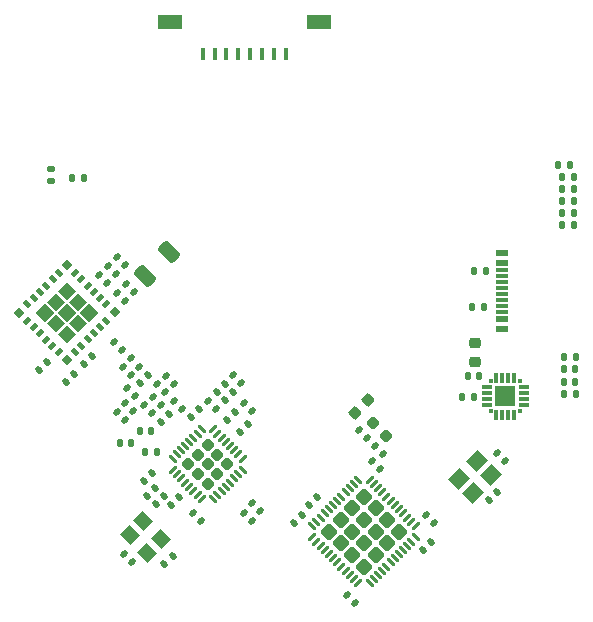
<source format=gbr>
%TF.GenerationSoftware,KiCad,Pcbnew,8.0.1*%
%TF.CreationDate,2024-09-30T12:45:28-07:00*%
%TF.ProjectId,rocketBeaconModule,726f636b-6574-4426-9561-636f6e4d6f64,rev?*%
%TF.SameCoordinates,Original*%
%TF.FileFunction,Paste,Top*%
%TF.FilePolarity,Positive*%
%FSLAX46Y46*%
G04 Gerber Fmt 4.6, Leading zero omitted, Abs format (unit mm)*
G04 Created by KiCad (PCBNEW 8.0.1) date 2024-09-30 12:45:28*
%MOMM*%
%LPD*%
G01*
G04 APERTURE LIST*
G04 Aperture macros list*
%AMRoundRect*
0 Rectangle with rounded corners*
0 $1 Rounding radius*
0 $2 $3 $4 $5 $6 $7 $8 $9 X,Y pos of 4 corners*
0 Add a 4 corners polygon primitive as box body*
4,1,4,$2,$3,$4,$5,$6,$7,$8,$9,$2,$3,0*
0 Add four circle primitives for the rounded corners*
1,1,$1+$1,$2,$3*
1,1,$1+$1,$4,$5*
1,1,$1+$1,$6,$7*
1,1,$1+$1,$8,$9*
0 Add four rect primitives between the rounded corners*
20,1,$1+$1,$2,$3,$4,$5,0*
20,1,$1+$1,$4,$5,$6,$7,0*
20,1,$1+$1,$6,$7,$8,$9,0*
20,1,$1+$1,$8,$9,$2,$3,0*%
%AMRotRect*
0 Rectangle, with rotation*
0 The origin of the aperture is its center*
0 $1 length*
0 $2 width*
0 $3 Rotation angle, in degrees counterclockwise*
0 Add horizontal line*
21,1,$1,$2,0,0,$3*%
G04 Aperture macros list end*
%ADD10C,0.000000*%
%ADD11RoundRect,0.140000X-0.219203X-0.021213X-0.021213X-0.219203X0.219203X0.021213X0.021213X0.219203X0*%
%ADD12RoundRect,0.140000X0.219203X0.021213X0.021213X0.219203X-0.219203X-0.021213X-0.021213X-0.219203X0*%
%ADD13RoundRect,0.140000X-0.021213X0.219203X-0.219203X0.021213X0.021213X-0.219203X0.219203X-0.021213X0*%
%ADD14RoundRect,0.232500X0.328805X0.000000X0.000000X0.328805X-0.328805X0.000000X0.000000X-0.328805X0*%
%ADD15RoundRect,0.062500X0.309359X-0.220971X-0.220971X0.309359X-0.309359X0.220971X0.220971X-0.309359X0*%
%ADD16RoundRect,0.062500X0.309359X0.220971X0.220971X0.309359X-0.309359X-0.220971X-0.220971X-0.309359X0*%
%ADD17R,0.350000X0.350000*%
%ADD18R,0.300000X0.900000*%
%ADD19R,0.900000X0.300000*%
%ADD20R,1.800000X1.800000*%
%ADD21RoundRect,0.135000X-0.135000X-0.185000X0.135000X-0.185000X0.135000X0.185000X-0.135000X0.185000X0*%
%ADD22RoundRect,0.140000X0.021213X-0.219203X0.219203X-0.021213X-0.021213X0.219203X-0.219203X0.021213X0*%
%ADD23R,0.400000X1.000000*%
%ADD24R,2.000000X1.300000*%
%ADD25RoundRect,0.140000X-0.140000X-0.170000X0.140000X-0.170000X0.140000X0.170000X-0.140000X0.170000X0*%
%ADD26RoundRect,0.135000X-0.185000X0.135000X-0.185000X-0.135000X0.185000X-0.135000X0.185000X0.135000X0*%
%ADD27RoundRect,0.140000X0.140000X0.170000X-0.140000X0.170000X-0.140000X-0.170000X0.140000X-0.170000X0*%
%ADD28RoundRect,0.135000X0.135000X0.185000X-0.135000X0.185000X-0.135000X-0.185000X0.135000X-0.185000X0*%
%ADD29RoundRect,0.250000X0.000000X0.445477X-0.445477X0.000000X0.000000X-0.445477X0.445477X0.000000X0*%
%ADD30RoundRect,0.062500X0.220971X0.309359X-0.309359X-0.220971X-0.220971X-0.309359X0.309359X0.220971X0*%
%ADD31RoundRect,0.062500X-0.220971X0.309359X-0.309359X0.220971X0.220971X-0.309359X0.309359X-0.220971X0*%
%ADD32RoundRect,0.147500X-0.147500X-0.172500X0.147500X-0.172500X0.147500X0.172500X-0.147500X0.172500X0*%
%ADD33RoundRect,0.147500X0.147500X0.172500X-0.147500X0.172500X-0.147500X-0.172500X0.147500X-0.172500X0*%
%ADD34RoundRect,0.225000X0.250000X-0.225000X0.250000X0.225000X-0.250000X0.225000X-0.250000X-0.225000X0*%
%ADD35RoundRect,0.250000X-0.229810X0.689429X-0.689429X0.229810X0.229810X-0.689429X0.689429X-0.229810X0*%
%ADD36RoundRect,0.218750X0.335876X0.026517X0.026517X0.335876X-0.335876X-0.026517X-0.026517X-0.335876X0*%
%ADD37RotRect,0.609600X0.609600X315.000000*%
%ADD38RotRect,0.457200X0.609600X45.000000*%
%ADD39RotRect,0.457200X0.609600X315.000000*%
%ADD40RotRect,1.300000X1.100000X315.000000*%
%ADD41R,1.140000X0.600000*%
%ADD42R,1.140000X0.300000*%
%ADD43RotRect,1.400000X1.200000X45.000000*%
%ADD44RoundRect,0.225000X0.017678X-0.335876X0.335876X-0.017678X-0.017678X0.335876X-0.335876X0.017678X0*%
G04 APERTURE END LIST*
D10*
%TO.C,U4*%
G36*
X55813353Y-128577638D02*
G01*
X55038788Y-129352203D01*
X54264223Y-128577638D01*
X55038788Y-127803073D01*
X55813353Y-128577638D01*
G37*
G36*
X56729339Y-127661652D02*
G01*
X55954774Y-128436217D01*
X55180209Y-127661652D01*
X55954774Y-126887087D01*
X56729339Y-127661652D01*
G37*
G36*
X56729339Y-129493624D02*
G01*
X55954774Y-130268189D01*
X55180209Y-129493624D01*
X55954774Y-128719059D01*
X56729339Y-129493624D01*
G37*
G36*
X57645325Y-126745666D02*
G01*
X56870760Y-127520231D01*
X56096195Y-126745666D01*
X56870760Y-125971101D01*
X57645325Y-126745666D01*
G37*
G36*
X57645325Y-128577638D02*
G01*
X56870760Y-129352203D01*
X56096195Y-128577638D01*
X56870760Y-127803073D01*
X57645325Y-128577638D01*
G37*
G36*
X57645325Y-130409610D02*
G01*
X56870760Y-131184175D01*
X56096195Y-130409610D01*
X56870760Y-129635045D01*
X57645325Y-130409610D01*
G37*
G36*
X58561311Y-127661652D02*
G01*
X57786746Y-128436217D01*
X57012181Y-127661652D01*
X57786746Y-126887087D01*
X58561311Y-127661652D01*
G37*
G36*
X58561311Y-129493624D02*
G01*
X57786746Y-130268189D01*
X57012181Y-129493624D01*
X57786746Y-128719059D01*
X58561311Y-129493624D01*
G37*
G36*
X59477297Y-128577638D02*
G01*
X58702732Y-129352203D01*
X57928167Y-128577638D01*
X58702732Y-127803073D01*
X59477297Y-128577638D01*
G37*
%TD*%
D11*
%TO.C,R9*%
X68782827Y-136038674D03*
X69461649Y-136717496D03*
%TD*%
D12*
%TO.C,C7*%
X87969411Y-146389411D03*
X87290589Y-145710589D03*
%TD*%
D13*
%TO.C,L1*%
X68044607Y-136776893D03*
X67365785Y-137455715D03*
%TD*%
D14*
%TO.C,U3*%
X68782827Y-143053173D03*
X69596000Y-142240000D03*
X70409173Y-141426827D03*
X67969654Y-142240000D03*
X68782827Y-141426827D03*
X69596000Y-140613654D03*
X67156481Y-141426827D03*
X67969654Y-140613654D03*
X68782827Y-139800481D03*
D15*
X69268963Y-144387837D03*
X69622516Y-144034283D03*
X69976070Y-143680730D03*
X70329623Y-143327176D03*
X70683176Y-142973623D03*
X71036730Y-142620070D03*
X71390283Y-142266516D03*
X71743837Y-141912963D03*
D16*
X71743837Y-140940691D03*
X71390283Y-140587138D03*
X71036730Y-140233584D03*
X70683176Y-139880031D03*
X70329623Y-139526478D03*
X69976070Y-139172924D03*
X69622516Y-138819371D03*
X69268963Y-138465817D03*
D15*
X68296691Y-138465817D03*
X67943138Y-138819371D03*
X67589584Y-139172924D03*
X67236031Y-139526478D03*
X66882478Y-139880031D03*
X66528924Y-140233584D03*
X66175371Y-140587138D03*
X65821817Y-140940691D03*
D16*
X65821817Y-141912963D03*
X66175371Y-142266516D03*
X66528924Y-142620070D03*
X66882478Y-142973623D03*
X67236031Y-143327176D03*
X67589584Y-143680730D03*
X67943138Y-144034283D03*
X68296691Y-144387837D03*
%TD*%
D13*
%TO.C,R2*%
X55203411Y-132756589D03*
X54524589Y-133435411D03*
%TD*%
D17*
%TO.C,U2*%
X95242000Y-134412000D03*
D18*
X94742001Y-134112000D03*
X94242000Y-134112000D03*
X93742000Y-134112000D03*
X93241999Y-134112000D03*
D17*
X92742000Y-134412000D03*
D19*
X92442000Y-134911999D03*
X92442000Y-135412000D03*
X92442000Y-135912000D03*
X92442000Y-136412001D03*
D17*
X92742000Y-136912000D03*
D18*
X93241999Y-137212000D03*
X93742000Y-137212000D03*
X94242000Y-137212000D03*
X94742001Y-137212000D03*
D17*
X95242000Y-136912000D03*
D19*
X95542000Y-136412001D03*
X95542000Y-135912000D03*
X95542000Y-135412000D03*
X95542000Y-134911999D03*
D20*
X93992000Y-135662000D03*
%TD*%
D13*
%TO.C,C36*%
X65815068Y-149210245D03*
X65136246Y-149889067D03*
%TD*%
D21*
%TO.C,R3*%
X91184000Y-128143000D03*
X92204000Y-128143000D03*
%TD*%
D12*
%TO.C,C11*%
X83651411Y-140547411D03*
X82972589Y-139868589D03*
%TD*%
D22*
%TO.C,C26*%
X69540846Y-135280655D03*
X70219668Y-134601833D03*
%TD*%
D11*
%TO.C,C16*%
X72558589Y-144694589D03*
X73237411Y-145373411D03*
%TD*%
D21*
%TO.C,R10*%
X98931000Y-132334000D03*
X99951000Y-132334000D03*
%TD*%
D12*
%TO.C,L7*%
X63015664Y-133145192D03*
X62336842Y-132466370D03*
%TD*%
D11*
%TO.C,C32*%
X61079606Y-136956498D03*
X61758428Y-137635320D03*
%TD*%
D22*
%TO.C,C29*%
X63434272Y-142824070D03*
X64113094Y-142145248D03*
%TD*%
D12*
%TO.C,C8*%
X81280000Y-153162000D03*
X80601178Y-152483178D03*
%TD*%
D22*
%TO.C,C3*%
X92624589Y-144484411D03*
X93303411Y-143805589D03*
%TD*%
D12*
%TO.C,L6*%
X62636655Y-135639865D03*
X61957833Y-134961043D03*
%TD*%
%TO.C,C10*%
X83397411Y-141817411D03*
X82718589Y-141138589D03*
%TD*%
D11*
%TO.C,C33*%
X63414473Y-136417683D03*
X64093295Y-137096505D03*
%TD*%
D23*
%TO.C,EX1*%
X75382000Y-106693999D03*
X74382000Y-106693999D03*
X73382000Y-106693999D03*
X72382000Y-106693999D03*
X71382000Y-106693999D03*
X70382000Y-106693999D03*
X69382000Y-106693999D03*
X68382000Y-106693999D03*
D24*
X78182000Y-103993999D03*
X65582000Y-103993999D03*
%TD*%
D25*
%TO.C,C20*%
X63070800Y-138633200D03*
X64030800Y-138633200D03*
%TD*%
D11*
%TO.C,C37*%
X61598623Y-133164992D03*
X62277445Y-133843814D03*
%TD*%
D12*
%TO.C,C39*%
X61807411Y-127593411D03*
X61128589Y-126914589D03*
%TD*%
D26*
%TO.C,R15*%
X55499000Y-116457001D03*
X55499000Y-117476999D03*
%TD*%
D11*
%TO.C,C6*%
X93259589Y-140503589D03*
X93938411Y-141182411D03*
%TD*%
D12*
%TO.C,R13*%
X61578823Y-131708351D03*
X60900001Y-131029529D03*
%TD*%
D11*
%TO.C,C40*%
X59604589Y-125390589D03*
X60283411Y-126069411D03*
%TD*%
D27*
%TO.C,C21*%
X64465200Y-140349196D03*
X63505200Y-140349196D03*
%TD*%
D13*
%TO.C,C4*%
X87715411Y-147996589D03*
X87036589Y-148675411D03*
%TD*%
D21*
%TO.C,R11*%
X98931000Y-135509000D03*
X99951000Y-135509000D03*
%TD*%
D22*
%TO.C,C14*%
X58334589Y-132927411D03*
X59013411Y-132248589D03*
%TD*%
D27*
%TO.C,C24*%
X62317043Y-139630776D03*
X61357043Y-139630776D03*
%TD*%
D28*
%TO.C,R5*%
X99823999Y-121158000D03*
X98804001Y-121158000D03*
%TD*%
D11*
%TO.C,C15*%
X71882000Y-145542000D03*
X72560822Y-146220822D03*
%TD*%
D29*
%TO.C,U1*%
X84989984Y-147123223D03*
X84000035Y-146133274D03*
X83010085Y-145143324D03*
X82020136Y-144153375D03*
X84000035Y-148113172D03*
X83010085Y-147123223D03*
X82020136Y-146133274D03*
X81030187Y-145143324D03*
X83010085Y-149103122D03*
X82020136Y-148113172D03*
X81030187Y-147123223D03*
X80040237Y-146133274D03*
X82020136Y-150093071D03*
X81030187Y-149103122D03*
X80040237Y-148113172D03*
X79050288Y-147123223D03*
D30*
X86395359Y-146637087D03*
X86041806Y-146283534D03*
X85688252Y-145929980D03*
X85334699Y-145576427D03*
X84981146Y-145222874D03*
X84627592Y-144869320D03*
X84274039Y-144515767D03*
X83920485Y-144162213D03*
X83566932Y-143808660D03*
X83213379Y-143455107D03*
X82859825Y-143101553D03*
X82506272Y-142748000D03*
D31*
X81534000Y-142748000D03*
X81180447Y-143101553D03*
X80826893Y-143455107D03*
X80473340Y-143808660D03*
X80119787Y-144162213D03*
X79766233Y-144515767D03*
X79412680Y-144869320D03*
X79059126Y-145222874D03*
X78705573Y-145576427D03*
X78352020Y-145929980D03*
X77998466Y-146283534D03*
X77644913Y-146637087D03*
D30*
X77644913Y-147609359D03*
X77998466Y-147962912D03*
X78352020Y-148316466D03*
X78705573Y-148670019D03*
X79059126Y-149023572D03*
X79412680Y-149377126D03*
X79766233Y-149730679D03*
X80119787Y-150084233D03*
X80473340Y-150437786D03*
X80826893Y-150791339D03*
X81180447Y-151144893D03*
X81534000Y-151498446D03*
D31*
X82506272Y-151498446D03*
X82859825Y-151144893D03*
X83213379Y-150791339D03*
X83566932Y-150437786D03*
X83920485Y-150084233D03*
X84274039Y-149730679D03*
X84627592Y-149377126D03*
X84981146Y-149023572D03*
X85334699Y-148670019D03*
X85688252Y-148316466D03*
X86041806Y-147962912D03*
X86395359Y-147609359D03*
%TD*%
D32*
%TO.C,D4*%
X98956000Y-133350000D03*
X99926000Y-133350000D03*
%TD*%
%TO.C,D5*%
X98956000Y-134493000D03*
X99926000Y-134493000D03*
%TD*%
D13*
%TO.C,C35*%
X63734085Y-133903211D03*
X63055263Y-134582033D03*
%TD*%
D33*
%TO.C,D1*%
X99799000Y-120142000D03*
X98829000Y-120142000D03*
%TD*%
%TO.C,D3*%
X99799000Y-119126000D03*
X98829000Y-119126000D03*
%TD*%
D34*
%TO.C,C1*%
X91440000Y-132728000D03*
X91440000Y-131178000D03*
%TD*%
D12*
%TO.C,L5*%
X65190724Y-135320253D03*
X64511902Y-134641431D03*
%TD*%
D11*
%TO.C,C30*%
X65948743Y-136078272D03*
X66627565Y-136757094D03*
%TD*%
D22*
%TO.C,C28*%
X64389000Y-144780000D03*
X65067822Y-144101178D03*
%TD*%
D12*
%TO.C,R8*%
X72514937Y-136897101D03*
X71836115Y-136218279D03*
%TD*%
D27*
%TO.C,C13*%
X91793000Y-133985000D03*
X90833000Y-133985000D03*
%TD*%
D11*
%TO.C,C41*%
X60366589Y-124628589D03*
X61045411Y-125307411D03*
%TD*%
%TO.C,C31*%
X61723748Y-149030640D03*
X62402570Y-149709462D03*
%TD*%
D35*
%TO.C,C43*%
X65558983Y-123417017D03*
X63473017Y-125502983D03*
%TD*%
D11*
%TO.C,C44*%
X61128589Y-123866589D03*
X61807411Y-124545411D03*
%TD*%
D21*
%TO.C,R4*%
X91311000Y-125095000D03*
X92331000Y-125095000D03*
%TD*%
D28*
%TO.C,R6*%
X99442999Y-116078000D03*
X98423001Y-116078000D03*
%TD*%
D13*
%TO.C,C9*%
X78063411Y-144186589D03*
X77384589Y-144865411D03*
%TD*%
D12*
%TO.C,C42*%
X62569411Y-126831411D03*
X61890589Y-126152589D03*
%TD*%
D36*
%TO.C,FB1*%
X83917694Y-139035694D03*
X82804000Y-137922000D03*
%TD*%
D21*
%TO.C,R12*%
X90295000Y-135763000D03*
X91315000Y-135763000D03*
%TD*%
D33*
%TO.C,D2*%
X99799000Y-117094000D03*
X98829000Y-117094000D03*
%TD*%
D22*
%TO.C,C19*%
X70419073Y-137635320D03*
X71097895Y-136956498D03*
%TD*%
D37*
%TO.C,U4*%
X56882650Y-124542019D03*
D38*
X56184729Y-125239957D03*
X55654398Y-125770288D03*
X55124070Y-126300616D03*
X54593738Y-126830948D03*
X54063410Y-127361276D03*
X53533079Y-127891607D03*
D37*
X52835860Y-128588810D03*
D39*
X53521190Y-129275558D03*
X54051520Y-129805889D03*
X54581849Y-130336218D03*
X55112180Y-130866549D03*
X55642509Y-131396878D03*
X56172840Y-131927208D03*
D37*
X56859588Y-132612538D03*
D38*
X57556791Y-131915319D03*
X58087122Y-131384988D03*
X58617450Y-130854660D03*
X59147782Y-130324328D03*
X59678110Y-129794000D03*
X60208441Y-129263669D03*
D37*
X60906379Y-128565748D03*
D39*
X60220330Y-127879718D03*
X59690000Y-127349387D03*
X59159671Y-126819058D03*
X58629340Y-126288727D03*
X58099011Y-125758398D03*
X57568680Y-125228068D03*
%TD*%
D11*
%TO.C,C27*%
X70938089Y-133883412D03*
X71616911Y-134562234D03*
%TD*%
D22*
%TO.C,C22*%
X70239467Y-136018874D03*
X70918289Y-135340052D03*
%TD*%
D13*
%TO.C,C38*%
X57489411Y-133772589D03*
X56810589Y-134451411D03*
%TD*%
D22*
%TO.C,C5*%
X76114589Y-146389411D03*
X76793411Y-145710589D03*
%TD*%
%TO.C,C23*%
X63668589Y-144103411D03*
X64347411Y-143424589D03*
%TD*%
D12*
%TO.C,L4*%
X64811715Y-136378085D03*
X64132893Y-135699263D03*
%TD*%
D13*
%TO.C,L2*%
X65530136Y-137136104D03*
X64851314Y-137814926D03*
%TD*%
D11*
%TO.C,C12*%
X81617178Y-138513178D03*
X82296000Y-139192000D03*
%TD*%
D21*
%TO.C,R14*%
X57275001Y-117221000D03*
X58294999Y-117221000D03*
%TD*%
D40*
%TO.C,X1*%
X62174175Y-147414901D03*
X63659099Y-148899825D03*
X64825825Y-147733099D03*
X63340901Y-146248175D03*
%TD*%
D41*
%TO.C,J1*%
X93675000Y-129946000D03*
X93675000Y-129146000D03*
D42*
X93675000Y-127996000D03*
X93675000Y-126996000D03*
X93675000Y-126496000D03*
X93675000Y-125496000D03*
D41*
X93675000Y-123546000D03*
X93675000Y-124346000D03*
D42*
X93675000Y-124996000D03*
X93675000Y-125996000D03*
X93675000Y-127496000D03*
X93675000Y-128496000D03*
%TD*%
D12*
%TO.C,L3*%
X62476849Y-136916900D03*
X61798027Y-136238078D03*
%TD*%
%TO.C,C18*%
X68224213Y-146256366D03*
X67545391Y-145577544D03*
%TD*%
D22*
%TO.C,C17*%
X71496703Y-138712951D03*
X72175525Y-138034129D03*
%TD*%
%TO.C,C25*%
X65684400Y-144881600D03*
X66363222Y-144202778D03*
%TD*%
D11*
%TO.C,C34*%
X65230323Y-133923010D03*
X65909145Y-134601832D03*
%TD*%
D28*
%TO.C,R7*%
X99823999Y-118110000D03*
X98804001Y-118110000D03*
%TD*%
D43*
%TO.C,Y1*%
X91263223Y-143872858D03*
X92818858Y-142317223D03*
X91616777Y-141115142D03*
X90061142Y-142670777D03*
%TD*%
D44*
%TO.C,C2*%
X81239992Y-137073008D03*
X82336008Y-135976992D03*
%TD*%
M02*

</source>
